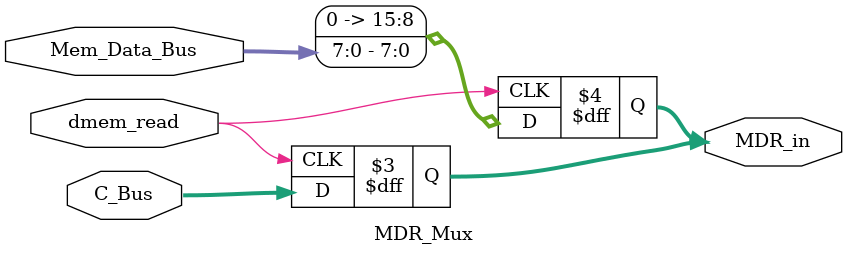
<source format=v>
`timescale 1ns / 1ps


module MDR_Mux(
        input dmem_read,
        input [15:0] C_Bus,
        input [15:0] Mem_Data_Bus,
        output reg[15:0] MDR_in);
    
        always @(posedge dmem_read)
                MDR_in <= Mem_Data_Bus[7:0]; 
        always@(negedge dmem_read)
                MDR_in <= C_Bus;//if load is high                            
endmodule

</source>
